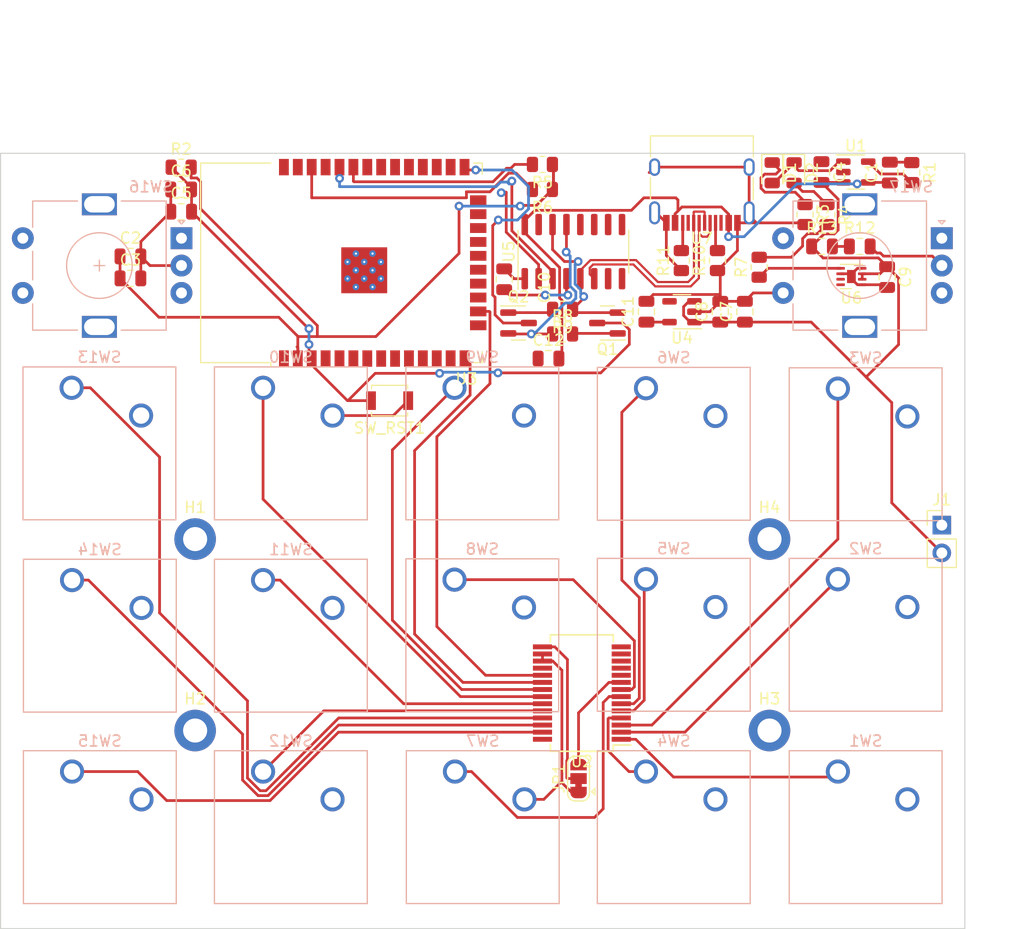
<source format=kicad_pcb>
(kicad_pcb (version 20221018) (generator pcbnew)
  (layers (0 "F.Cu" signal) (31 "B.Cu" signal) (34 "B.Paste" user) (35 "F.Paste" user) (36 "B.SilkS" user "B.Silkscreen") (37 "F.SilkS" user "F.Silkscreen") (38 "B.Mask" user) (39 "F.Mask" user) (44 "Edge.Cuts" user))
  (net 0 "")
  (net 1 "+5V")
  (net 2 "-BATT")
  (net 3 "+3.3V")
  (net 4 "+BATT")
  (net 5 "ESP_EN")
  (net 6 "Net-(U5-V3)")
  (net 7 "+3V3")
  (net 8 "Net-(D1-K)")
  (net 9 "CHRG_STAT")
  (net 10 "Net-(D2-A)")
  (net 11 "Net-(JP1-C)")
  (net 12 "Net-(Q1-B)")
  (net 13 "Net-(Q1-E)")
  (net 14 "Net-(Q2-B)")
  (net 15 "Net-(Q2-E)")
  (net 16 "ESP_IO0")
  (net 17 "Net-(U1-PROG)")
  (net 18 "SDA")
  (net 19 "SCL")
  (net 20 "Net-(U6-ALRT)")
  (net 21 "Net-(U7-CC1)")
  (net 22 "Net-(U7-CC2)")
  (net 23 "Net-(U2-GPB0)")
  (net 24 "Net-(U2-GPB1)")
  (net 25 "Net-(U2-GPB2)")
  (net 26 "Net-(U2-GPB3)")
  (net 27 "Net-(U2-GPB4)")
  (net 28 "Net-(U2-GPB5)")
  (net 29 "Net-(U2-GPB6)")
  (net 30 "Net-(U2-GPB7)")
  (net 31 "Net-(U2-GPA0)")
  (net 32 "Net-(U2-GPA1)")
  (net 33 "Net-(U2-GPA2)")
  (net 34 "Net-(U2-GPA3)")
  (net 35 "Net-(U2-GPA4)")
  (net 36 "Net-(U2-GPA5)")
  (net 37 "Net-(U2-GPA6)")
  (net 41 "INT_B")
  (net 42 "INT_A")
  (net 62 "ESP_RXD")
  (net 63 "ESP_TXD")
  (net 64 "LED_STAT")
  (net 66 "DP")
  (net 67 "DN")
  (net 75 "ENC_A_1")
  (net 76 "ENC_B_1")
  (net 77 "ENC_SW_1")
  (net 78 "ENC_A_2")
  (net 79 "ENC_B_2")
  (net 80 "ENC_SW_2")
  (net 81 "Net-(U3-IO35)")
  (footprint "Resistor_SMD:R_0805_2012Metric" (layer "F.Cu") (at 103 20.8375 -90)
    (fp_text reference "R3")
    (fp_text value "2k")
  )
  (footprint "Package_TO_SOT_SMD:SOT-23-5" (layer "F.Cu") (at 91.75 29.718 180)
    (fp_text reference "U4")
    (fp_text value "XC6220B331MR")
  )
  (footprint "Capacitor_SMD:C_0805_2012Metric" (layer "F.Cu") (at 75.5 26.75 -90)
    (fp_text reference "C10")
    (fp_text value "0.1µF")
  )
  (footprint "Button_Switch_SMD:SW_SPST_B3U-1000P-B" (layer "F.Cu") (at 65.024 37.846 180)
    (fp_text reference "SW_RST1")
    (fp_text value "SW_RESET")
  )
  (footprint "Capacitor_SMD:C_0805_2012Metric" (layer "F.Cu") (at 45.974 18.542)
    (fp_text reference "C6")
    (fp_text value "0.1µF")
  )
  (footprint "Capacitor_SMD:C_0805_2012Metric" (layer "F.Cu") (at 41.336 24.662)
    (fp_text reference "C2")
    (fp_text value "10µF")
  )
  (footprint "Jumper:SolderJumper-3_P1.3mm_Bridged12_RoundedPad1.0x1.5mm" (layer "F.Cu") (at 82.296 72.39 90)
    (fp_text reference "JP1")
    (fp_text value "Jumper_3_Bridged12")
  )
  (footprint "Package_SO:SSOP-28_5.3x10.2mm_P0.65mm" (layer "F.Cu") (at 82.6 64.575 180)
    (fp_text reference "U2")
    (fp_text value "MCP23017_SO")
  )
  (footprint "Capacitor_SMD:C_0805_2012Metric" (layer "F.Cu") (at 79.55 34)
    (fp_text reference "C12")
    (fp_text value "0.1µF")
  )
  (footprint "Capacitor_SMD:C_0805_2012Metric" (layer "F.Cu") (at 45.974 20.574)
    (fp_text reference "C5")
    (fp_text value "1µF")
  )
  (footprint "Resistor_SMD:R_0805_2012Metric" (layer "F.Cu") (at 80.8375 31.75)
    (fp_text reference "R8")
    (fp_text value "10k")
  )
  (footprint "Resistor_SMD:R_0805_2012Metric" (layer "F.Cu") (at 45.974 16.51)
    (fp_text reference "R2")
    (fp_text value "10k")
  )
  (footprint "Capacitor_SMD:C_0805_2012Metric" (layer "F.Cu") (at 104.5 16.95 -90)
    (fp_text reference "C4")
    (fp_text value "10µF")
  )
  (footprint "Streamdeck:XUNPU TYPEC-304J-BCP16" (layer "F.Cu") (at 93.57 16.026 180)
    (fp_text reference "U7")
    (fp_text value "XUNPU_TYPEC-304J-BCP16")
  )
  (footprint "Resistor_SMD:R_0805_2012Metric" (layer "F.Cu") (at 78.994 18.542 180)
    (fp_text reference "R6")
    (fp_text value "2k2")
  )
  (footprint "Resistor_SMD:R_0805_2012Metric" (layer "F.Cu") (at 80.8375 29.5 180)
    (fp_text reference "R9")
    (fp_text value "10k")
  )
  (footprint "MountingHole:MountingHole_2.2mm_M2_DIN965_Pad_TopBottom" (layer "F.Cu") (at 99.75 50.5)
    (fp_text reference "H4")
    (fp_text value "MountingHole_Pad")
  )
  (footprint "Capacitor_SMD:C_0805_2012Metric" (layer "F.Cu") (at 95.25 29.718 90)
    (fp_text reference "C8")
    (fp_text value "1µF")
  )
  (footprint "MountingHole:MountingHole_2.2mm_M2_DIN965_Pad_TopBottom" (layer "F.Cu") (at 47.25 50.5)
    (fp_text reference "H1")
    (fp_text value "MountingHole_Pad")
  )
  (footprint "Resistor_SMD:R_0805_2012Metric" (layer "F.Cu") (at 105 20.8375 -90)
    (fp_text reference "R4")
    (fp_text value "2k")
  )
  (footprint "Package_TO_SOT_SMD:SOT-23" (layer "F.Cu") (at 84.9375 30.75 180)
    (fp_text reference "Q1")
    (fp_text value "BC817")
  )
  (footprint "Capacitor_SMD:C_0805_2012Metric" (layer "F.Cu") (at 110.75 17 90)
    (fp_text reference "C1")
    (fp_text value "10µF")
  )
  (footprint "Package_TO_SOT_SMD:SOT-23-5" (layer "F.Cu") (at 107.6375 16.95)
    (fp_text reference "U1")
    (fp_text value "MCP73831-2-OT")
  )
  (footprint "MountingHole:MountingHole_2.2mm_M2_DIN965_Pad_TopBottom" (layer "F.Cu") (at 99.75 68)
    (fp_text reference "H3")
    (fp_text value "MountingHole_Pad")
  )
  (footprint "MountingHole:MountingHole_2.2mm_M2_DIN965_Pad_TopBottom" (layer "F.Cu") (at 47.25 68)
    (fp_text reference "H2")
    (fp_text value "MountingHole_Pad")
  )
  (footprint "Package_TO_SOT_SMD:SOT-23" (layer "F.Cu") (at 76.8125 30.75)
    (fp_text reference "Q2")
    (fp_text value "BC817")
  )
  (footprint "Capacitor_SMD:C_0805_2012Metric" (layer "F.Cu") (at 41.336 26.67)
    (fp_text reference "C3")
    (fp_text value "0.1µF")
  )
  (footprint "RF_Module:ESP32-WROOM-32" (layer "F.Cu") (at 63.615 25.25 90)
    (fp_text reference "U3")
    (fp_text value "ESP32-WROOM-32")
  )
  (footprint "LED_SMD:LED_0805_2012Metric" (layer "F.Cu") (at 102 17.018 -90)
    (fp_text reference "D2")
    (fp_text value "LED_RED")
  )
  (footprint "Resistor_SMD:R_0805_2012Metric" (layer "F.Cu") (at 112.75 17 -90)
    (fp_text reference "R1")
    (fp_text value "2k")
  )
  (footprint "Capacitor_SMD:C_0805_2012Metric" (layer "F.Cu") (at 104.55 23.75)
    (fp_text reference "R13")
    (fp_text value "R")
  )
  (footprint "Capacitor_SMD:C_0805_2012Metric" (layer "F.Cu") (at 110.5 26.55 -90)
    (fp_text reference "C9")
    (fp_text value "0.1µF")
  )
  (footprint "Capacitor_SMD:C_0805_2012Metric" (layer "F.Cu") (at 88.5 29.718 90)
    (fp_text reference "C11")
    (fp_text value "1µF")
  )
  (footprint "Connector_PinHeader_2.54mm:PinHeader_1x02_P2.54mm_Vertical" (layer "F.Cu") (at 115.5 49.225)
    (fp_text reference "J1")
    (fp_text value "Conn_01x02_Socket")
  )
  (footprint "Package_DFN_QFN:TDFN-8-1EP_2x2mm_P0.5mm_EP0.8x1.2mm" (layer "F.Cu") (at 107.2375 26.5 180)
    (fp_text reference "U6")
    (fp_text value "MAX17048")
  )
  (footprint "Resistor_SMD:R_0805_2012Metric" (layer "F.Cu") (at 91.694 25.0425 90)
    (fp_text reference "R11")
    (fp_text value "5.1k")
  )
  (footprint "Package_SO:SOIC-16_3.9x9.9mm_P1.27mm" (layer "F.Cu") (at 81.825 24.225 90)
    (fp_text reference "U5")
    (fp_text value "CH340C")
  )
  (footprint "Resistor_SMD:R_0805_2012Metric" (layer "F.Cu") (at 94.996 25.0425 90)
    (fp_text reference "R10")
    (fp_text value "5.1k")
  )
  (footprint "Resistor_SMD:R_0805_2012Metric" (layer "F.Cu") (at 98.806 25.654 90)
    (fp_text reference "R7")
    (fp_text value "4.7k")
  )
  (footprint "Capacitor_SMD:C_0805_2012Metric" (layer "F.Cu") (at 97.5 29.718 90)
    (fp_text reference "C7")
    (fp_text value "10µF")
  )
  (footprint "Capacitor_SMD:C_0805_2012Metric" (layer "F.Cu") (at 108 23.75)
    (fp_text reference "R12")
    (fp_text value "R")
  )
  (footprint "LED_SMD:LED_0805_2012Metric" (layer "F.Cu") (at 100 17.018 -90)
    (fp_text reference "D1")
    (fp_text value "LED_GREEN")
  )
  (footprint "Resistor_SMD:R_0805_2012Metric" (layer "F.Cu") (at 78.994 16.256 180)
    (fp_text reference "R5")
    (fp_text value "2k2")
  )
  (footprint "Library:SW_Cherry_MX_1.00u_Plate_Custom" (layer "B.Cu") (at 36 71.75 180)
    (fp_text reference "SW15")
    (fp_text value "SW")
  )
  (footprint "Library:SW_Cherry_MX_1.00u_Plate_Custom" (layer "B.Cu") (at 53.46 36.67 180)
    (fp_text reference "SW10")
    (fp_text value "SW")
  )
  (footprint "Rotary_Encoder:RotaryEncoder_Alps_EC11E-Switch_Vertical_H20mm" (layer "B.Cu") (at 115.5 23 180)
    (fp_text reference "SW17")
    (fp_text value "RotaryEncoder_Switch")
  )
  (footprint "Library:SW_Cherry_MX_1.00u_Plate_Custom" (layer "B.Cu") (at 53.46 71.75 180)
    (fp_text reference "SW12")
    (fp_text value "SW")
  )
  (footprint "Library:SW_Cherry_MX_1.00u_Plate_Custom" (layer "B.Cu") (at 70.96 36.67 180)
    (fp_text reference "SW9")
    (fp_text value "SW")
  )
  (footprint "Library:SW_Cherry_MX_1.00u_Plate_Custom" (layer "B.Cu") (at 106 71.75 180)
    (fp_text reference "SW1")
    (fp_text value "SW")
  )
  (footprint "Library:SW_Cherry_MX_1.00u_Plate_Custom" (layer "B.Cu") (at 88.46 54.17 180)
    (fp_text reference "SW5")
    (fp_text value "SW")
  )
  (footprint "Library:SW_Cherry_MX_1.00u_Plate_Custom" (layer "B.Cu") (at 35.96 36.67 180)
    (fp_text reference "SW13")
    (fp_text value "SW")
  )
  (footprint "Library:SW_Cherry_MX_1.00u_Plate_Custom" (layer "B.Cu") (at 53.46 54.25 180)
    (fp_text reference "SW11")
    (fp_text value "SW")
  )
  (footprint "Library:SW_Cherry_MX_1.00u_Plate_Custom" (layer "B.Cu") (at 106 36.75 180)
    (fp_text reference "SW3")
    (fp_text value "SW")
  )
  (footprint "Library:SW_Cherry_MX_1.00u_Plate_Custom" (layer "B.Cu") (at 88.46 36.71 180)
    (fp_text reference "SW6")
    (fp_text value "SW")
  )
  (footprint "Library:SW_Cherry_MX_1.00u_Plate_Custom" (layer "B.Cu") (at 36 54.25 180)
    (fp_text reference "SW14")
    (fp_text value "SW")
  )
  (footprint "Library:SW_Cherry_MX_1.00u_Plate_Custom" (layer "B.Cu") (at 106 54.17 180)
    (fp_text reference "SW2")
    (fp_text value "SW")
  )
  (footprint "Library:SW_Cherry_MX_1.00u_Plate_Custom" (layer "B.Cu") (at 70.96 54.21 180)
    (fp_text reference "SW8")
    (fp_text value "SW")
  )
  (footprint "Library:SW_Cherry_MX_1.00u_Plate_Custom" (layer "B.Cu") (at 88.46 71.75 180)
    (fp_text reference "SW4")
    (fp_text value "SW")
  )
  (footprint "Rotary_Encoder:RotaryEncoder_Alps_EC11E-Switch_Vertical_H20mm" (layer "B.Cu") (at 46 23 180)
    (fp_text reference "SW16")
    (fp_text value "RotaryEncoder_Switch")
  )
  (footprint "Library:SW_Cherry_MX_1.00u_Plate_Custom" (layer "B.Cu") (at 71 71.75 180)
    (fp_text reference "SW7")
    (fp_text value "SW")
  )
  (gr_rect (start 29.464 15.24) (end 117.602 86.106) (stroke (width 0.1)) (fill none) (layer "Edge.Cuts"))
  (segment (start 91.186 19.304) (end 88.268 19.304) (width 0.25) (layer "F.Cu") (net 1))
  (segment (start 80.772 33.728) (end 80.5 34) (width 0.25) (layer "F.Cu") (net 1))
  (segment (start 108.775 17.9) (end 110.7 17.9) (width 0.25) (layer "F.Cu") (net 1))
  (segment (start 95.358 20.145) (end 91.745 20.145) (width 0.25) (layer "F.Cu") (net 1))
  (segment (start 80.565 28.464327) (end 80.772 28.671327) (width 0.25) (layer "F.Cu") (net 1))
  (segment (start 96.02 21.595) (end 96.02 20.807) (width 0.25) (layer "F.Cu") (net 1))
  (segment (start 91.38 20.51) (end 91.38 19.498) (width 0.25) (layer "F.Cu") (net 1))
  (segment (start 107.896 17.9) (end 108.775 17.9) (width 0.25) (layer "F.Cu") (net 1))
  (segment (start 88.268 19.304) (end 87.122 20.45) (width 0.25) (layer "F.Cu") (net 1))
  (segment (start 77.38 22.493249) (end 80.565 25.678249) (width 0.25) (layer "F.Cu") (net 1))
  (segment (start 78.303249 20.45) (end 77.38 21.373249) (width 0.25) (layer "F.Cu") (net 1))
  (segment (start 91.38 19.498) (end 91.186 19.304) (width 0.25) (layer "F.Cu") (net 1))
  (segment (start 77.38 21.75) (end 77.38 22.493249) (width 0.25) (layer "F.Cu") (net 1))
  (segment (start 96.012 22.86) (end 96.012 21.603) (width 0.25) (layer "F.Cu") (net 1))
  (segment (start 107.762 18.034) (end 107.896 17.9) (width 0.25) (layer "F.Cu") (net 1))
  (segment (start 96.02 20.807) (end 95.358 20.145) (width 0.25) (layer "F.Cu") (net 1))
  (segment (start 87.122 20.45) (end 78.303249 20.45) (width 0.25) (layer "F.Cu") (net 1))
  (segment (start 110.7 17.9) (end 110.75 17.95) (width 0.25) (layer "F.Cu") (net 1))
  (segment (start 80.772 28.671327) (end 80.772 33.728) (width 0.25) (layer "F.Cu") (net 1))
  (segment (start 91.745 20.145) (end 91.378 20.512) (width 0.25) (layer "F.Cu") (net 1))
  (segment (start 77.38 21.373249) (end 77.38 21.75) (width 0.25) (layer "F.Cu") (net 1))
  (segment (start 96.012 21.603) (end 96.02 21.595) (width 0.25) (layer "F.Cu") (net 1))
  (segment (start 80.565 25.678249) (end 80.565 28.464327) (width 0.25) (layer "F.Cu") (net 1))
  (segment (start 91.12 20.77) (end 91.12 21.595) (width 0.25) (layer "F.Cu") (net 1))
  (segment (start 91.378 20.512) (end 91.38 20.51) (width 0.25) (layer "F.Cu") (net 1))
  (segment (start 91.378 20.512) (end 91.12 20.77) (width 0.25) (layer "F.Cu") (net 1))
  (via (at 96.012 22.86) (size 0.8) (drill 0.4) (layers "F.Cu" "B.Cu") (net 1))
  (via (at 107.762 18.034) (size 0.8) (drill 0.4) (layers "F.Cu" "B.Cu") (net 1))
  (segment (start 97.426726 22.86) (end 96.012 22.86) (width 0.25) (layer "B.Cu") (net 1))
  (segment (start 107.762 18.034) (end 102.252726 18.034) (width 0.25) (layer "B.Cu") (net 1))
  (segment (start 102.252726 18.034) (end 97.426726 22.86) (width 0.25) (layer "B.Cu") (net 1))
  (segment (start 89.25 20.68) (end 89.405 20.68) (width 0.25) (layer "F.Cu") (net 2))
  (segment (start 95.25 28.768) (end 94.3 29.718) (width 0.25) (layer "F.Cu") (net 2))
  (segment (start 98.268 28) (end 97.5 28.768) (width 0.25) (layer "F.Cu") (net 2))
  (segment (start 97.89 16.5) (end 97.89 20.68) (width 0.25) (layer "F.Cu") (net 2))
  (segment (start 80.772 62.484) (end 79.938 61.65) (width 0.25) (layer "F.Cu") (net 2))
  (segment (start 108.225 27.25) (end 110.25 27.25) (width 0.25) (layer "F.Cu") (net 2))
  (segment (start 107.789492 27.25) (end 107.2375 26.698008) (width 0.25) (layer "F.Cu") (net 2))
  (segment (start 102.845 21.595) (end 103 21.75) (width 0.25) (layer "F.Cu") (net 2))
  (segment (start 79.125 74.29) (end 80.771 72.644) (width 0.25) (layer "F.Cu") (net 2))
  (segment (start 112.7125 16.05) (end 112.75 16.0875) (width 0.25) (layer "F.Cu") (net 2))
  (segment (start 80.772 70.560877) (end 80.772 62.484) (width 0.25) (layer "F.Cu") (net 2))
  (segment (start 98.552 21.595) (end 102.845 21.595) (width 0.25) (layer "F.Cu") (net 2))
  (segment (start 109.55 24.35) (end 109.886396 24.35) (width 0.25) (layer "F.Cu") (net 2))
  (segment (start 42.286 24.662) (end 42.286 26.67) (width 0.25) (layer "F.Cu") (net 2))
  (segment (start 95.25 28.768) (end 97.5 28.768) (width 0.25) (layer "F.Cu") (net 2))
  (segment (start 95.25 28.768) (end 95.25 28.194) (width 0.25) (layer "F.Cu") (net 2))
  (segment (start 97.89 16.5) (end 89.25 16.5) (width 0.25) (layer "F.Cu") (net 2))
  (segment (start 80.771 70.561877) (end 80.772 70.560877) (width 0.25) (layer "F.Cu") (net 2))
  (segment (start 45.024 20.574) (end 42.286 23.312) (width 0.25) (layer "F.Cu") (net 2))
  (segment (start 79 61.65) (end 79 61) (width 0.25) (layer "F.Cu") (net 2))
  (segment (start 94.3 29.718) (end 92.8875 29.718) (width 0.25) (layer "F.Cu") (net 2))
  (segment (start 95.25 26.209) (end 94.996 25.955) (width 0.25) (layer "F.Cu") (net 2))
  (segment (start 81.696 73.69) (end 80.771 72.765) (width 0.25) (layer "F.Cu") (net 2))
  (segment (start 88.75 17) (end 89.25 16.5) (width 0.25) (layer "F.Cu") (net 2))
  (segment (start 77.35 74.29) (end 79.125 74.29) (width 0.25) (layer "F.Cu") (net 2))
  (segment (start 96.82 21.595) (end 98.552 21.595) (width 0.25) (layer "F.Cu") (net 2))
  (segment (start 42.286 24.662) (end 43.124 25.5) (width 0.25) (layer "F.Cu") (net 2))
  (segment (start 77.38 26.7) (end 76.4 26.7) (width 0.25) (layer "F.Cu") (net 2))
  (segment (start 79.938 61.65) (end 79 61.65) (width 0.25) (layer "F.Cu") (net 2))
  (segment (start 66.724 37.846) (end 65.36 39.21) (width 0.25) (layer "F.Cu") (net 2))
  (segment (start 95.25 28.194) (end 95.25 26.209) (width 0.25) (layer "F.Cu") (net 2))
  (segment (start 88.5 28.768) (end 89.125 28.143) (width 0.25) (layer "F.Cu") (net 2))
  (segment (start 76.4 26.7) (end 75.5 25.8) (width 0.25) (layer "F.Cu") (net 2))
  (segment (start 101 28) (end 98.268 28) (width 0.25) (layer "F.Cu") (net 2))
  (segment (start 42.286 23.312) (end 42.286 24.662) (width 0.25) (layer "F.Cu") (net 2))
  (segment (start 108.225 27.25) (end 107.789492 27.25) (width 0.25) (layer "F.Cu") (net 2))
  (segment (start 110.75 16.05) (end 112.7125 16.05) (width 0.25) (layer "F.Cu") (net 2))
  (segment (start 95.199 28.143) (end 95.25 28.194) (width 0.25) (layer "F.Cu") (net 2))
  (segment (start 96.82 24.131) (end 94.996 25.955) (width 0.25) (layer "F.Cu") (net 2))
  (segment (start 106.25 26.25) (end 106.9875 26.25) (width 0.25) (layer "F.Cu") (net 2))
  (segment (start 107.789492 25.75) (end 107.2375 26.301992) (width 0.25) (layer "F.Cu") (net 2))
  (segment (start 106.9875 26.25) (end 107.2375 26.5) (width 0.25) (layer "F.Cu") (net 2))
  (segment (start 80.771 72.765) (end 80.771 72.644) (width 0.25) (layer "F.Cu") (net 2))
  (segment (start 82.296 73.69) (end 81.696 73.69) (width 0.25) (layer "F.Cu") (net 2))
  (segment (start 97.89 20.933) (end 98.552 21.595) (width 0.25) (layer "F.Cu") (net 2))
  (segment (start 110.174396 24.638) (end 114.638 24.638) (width 0.25) (layer "F.Cu") (net 2))
  (segment (start 107.2375 26.301992) (end 107.2375 26.5) (width 0.25) (layer "F.Cu") (net 2))
  (segment (start 110.25 27.25) (end 110.5 27.5) (width 0.25) (layer "F.Cu") (net 2))
  (segment (start 65.36 39.21) (end 59.81 39.21) (width 0.25) (layer "F.Cu") (net 2))
  (segment (start 109.886396 24.35) (end 110.174396 24.638) (width 0.25) (layer "F.Cu") (net 2))
  (segment (start 96.82 21.595) (end 96.82 24.131) (width 0.25) (layer "F.Cu") (net 2))
  (segment (start 90.32 24.581) (end 91.694 25.955) (width 0.25) (layer "F.Cu") (net 2))
  (segment (start 108.95 23.75) (end 109.55 24.35) (width 0.25) (layer "F.Cu") (net 2))
  (segment (start 107.2375 26.698008) (end 107.2375 26.5) (width 0.25) (layer "F.Cu") (net 2))
  (segment (start 90.32 21.595) (end 90.32 24.581) (width 0.25) (layer "F.Cu") (net 2))
  (segment (start 114.638 24.638) (end 115.5 25.5) (width 0.25) (layer "F.Cu") (net 2))
  (segment (start 43.124 25.5) (end 46 25.5) (width 0.25) (layer "F.Cu") (net 2))
  (segment (start 89.405 20.68) (end 90.32 21.595) (width 0.25) (layer "F.Cu") (net 2))
  (segment (start 97.89 20.68) (end 97.89 20.933) (width 0.25) (layer "F.Cu") (net 2))
  (segment (start 45.024 20.574) (end 45.024 18.542) (width 0.25) (layer "F.Cu") (net 2))
  (segment (start 89.125 28.143) (end 95.199 28.143) (width 0.25) (layer "F.Cu") (net 2))
  (segment (start 80.771 72.644) (end 80.771 70.561877) (width 0.25) (layer "F.Cu") (net 2))
  (segment (start 108.225 25.75) (end 107.789492 25.75) (width 0.25) (layer "F.Cu") (net 2))
  (segment (start 46.8865 17.492) (end 47.412173 17.492) (width 0.25) (layer "F.Cu") (net 3))
  (segment (start 56.635 33) (end 56.56 32.925) (width 0.25) (layer "F.Cu") (net 3))
  (segment (start 56.635 34) (end 56.635 33) (width 0.25) (layer "F.Cu") (net 3))
  (segment (start 58.42 30.988) (end 58.42 31.987799) (width 0.25) (layer "F.Cu") (net 3))
  (segment (start 78.4485 20) (end 77.028 20) (width 0.25) (layer "F.Cu") (net 3))
  (segment (start 79.9065 18.542) (end 78.4485 20) (width 0.25) (layer "F.Cu") (net 3))
  (segment (start 40.386 26.67) (end 43.942 30.226) (width 0.25) (layer "F.Cu") (net 3))
  (segment (start 80 18.25) (end 80 18.278) (width 0.25) (layer "F.Cu") (net 3))
  (segment (start 102.775 23.036827) (end 103.222025 22.589802) (width 0.25) (layer "F.Cu") (net 3))
  (segment (start 80 18.278) (end 80 16.25) (width 0.25) (layer "F.Cu") (net 3))
  (segment (start 40.386 24.662) (end 40.386 26.67) (width 0.25) (layer "F.Cu") (net 3))
  (segment (start 47.749 17.828827) (end 47.749 20.317) (width 0.25) (layer "F.Cu") (net 3))
  (segment (start 56.635 32.004) (end 56.642 32.004) (width 0.25) (layer "F.Cu") (net 3))
  (segment (start 56.658201 31.987799) (end 58.42 31.987799) (width 0.25) (layer "F.Cu") (net 3))
  (segment (start 104.123802 22.589802) (end 104.963604 21.75) (width 0.25) (layer "F.Cu") (net 3))
  (segment (start 86.2 63.6) (end 85.075 63.6) (width 0.25) (layer "F.Cu") (net 3))
  (segment (start 103.222025 22.589802) (end 104.123802 22.589802) (width 0.25) (layer "F.Cu") (net 3))
  (segment (start 58.42 31.987799) (end 63.770201 31.987799) (width 0.25) (layer "F.Cu") (net 3))
  (segment (start 56.635 32.004) (end 56.635 34) (width 0.25) (layer "F.Cu") (net 3))
  (segment (start 77.028 20) (end 76.962 20.066) (width 0.25) (layer "F.Cu") (net 3))
  (segment (start 98.806 24.7415) (end 101.7505 24.7415) (width 0.25) (layer "F.Cu") (net 3))
  (segment (start 56.642 32.004) (end 56.658201 31.987799) (width 0.25) (layer "F.Cu") (net 3))
  (segment (start 47.412173 17.492) (end 47.749 17.828827) (width 0.25) (layer "F.Cu") (net 3))
  (segment (start 102.775 23.717) (end 102.775 23.036827) (width 0.25) (layer "F.Cu") (net 3))
  (segment (start 82.296 66.379) (end 82.296 71.09) (width 0.25) (layer "F.Cu") (net 3))
  (segment (start 43.942 30.226) (end 54.896402 30.226) (width 0.25) (layer "F.Cu") (net 3))
  (segment (start 80 18.278) (end 80.01 18.288) (width 0.25) (layer "F.Cu") (net 3))
  (segment (start 101.7505 24.7415) (end 102.775 23.717) (width 0.25) (layer "F.Cu") (net 3))
  (segment (start 85.075 63.6) (end 82.296 66.379) (width 0.25) (layer "F.Cu") (net 3))
  (segment (start 47.749 20.317) (end 58.42 30.988) (width 0.25) (layer "F.Cu") (net 3))
  (segment (start 54.896402 30.226) (end 56.658201 31.987799) (width 0.25) (layer "F.Cu") (net 3))
  (segment (start 63.770201 31.987799) (end 71.374 24.384) (width 0.25) (layer "F.Cu") (net 3))
  (segment (start 46.8865 16.51) (end 46.8865 17.492) (width 0.25) (layer "F.Cu") (net 3))
  (segment (start 71.374 20.066) (end 71.374 24.384) (width 0.25) (layer "F.Cu") (net 3))
  (segment (start 104.963604 21.75) (end 105 21.75) (width 0.25) (layer "F.Cu") (net 3))
  (segment (start 80 16.25) (end 80 18.25) (width 0.25) (layer "F.Cu") (net 3))
  (via (at 71.374 20.066) (size 0.8) (drill 0.4) (layers "F.Cu" "B.Cu") (net 3))
  (via (at 76.962 20.066) (size 0.8) (drill 0.4) (layers "F.Cu" "B.Cu") (net 3))
  (segment (start 76.962 20.066) (end 71.374 20.066) (width 0.25) (layer "B.Cu") (net 3))
  (segment (start 108.712 35.814) (end 103.566 30.668) (width 0.25) (layer "F.Cu") (net 4))
  (segment (start 104.5 17.9) (end 106.025 19.425) (width 0.25) (layer "F.Cu") (net 4))
  (segment (start 111.55 32.722) (end 108.585 35.687) (width 0.25) (layer "F.Cu") (net 4))
  (segment (start 110.5 25.6) (end 111.55 26.65) (width 0.25) (layer "F.Cu") (net 4))
  (segment (start 108.225 26.75) (end 108.225 26.25) (width 0.25) (layer "F.Cu") (net 4))
  (segment (start 110.925 47.19) (end 115.5 51.765) (width 0.25) (layer "F.Cu") (net 4))
  (segment (start 91.9 30.064751) (end 91.9 29.258) (width 0.25) (layer "F.Cu") (net 4))
  (segment (start 103.566 30.668) (end 97.5 30.668) (width 0.25) (layer "F.Cu") (net 4))
  (segment (start 105.669673 22.606) (end 104.744 22.606) (width 0.25) (layer "F.Cu") (net 4))
  (segment (start 109.85 26.25) (end 110.5 25.6) (width 0.25) (layer "F.Cu") (net 4))
  (segment (start 106.025 19.425) (end 106.025 22.250673) (width 0.25) (layer "F.Cu") (net 4))
  (segment (start 92.39 28.768) (end 92.8875 28.768) (width 0.25) (layer "F.Cu") (net 4))
  (segment (start 92.503249 30.668) (end 91.9 30.064751) (width 0.25) (layer "F.Cu") (net 4))
  (segment (start 92.8875 30.668) (end 97.5 30.668) (width 0.25) (layer "F.Cu") (net 4))
  (segment (start 108.712 35.814) (end 110.925 38.027) (width 0.25) (layer "F.Cu") (net 4))
  (segment (start 104.744 22.606) (end 103.6 23.75) (width 0.25) (layer "F.Cu") (net 4))
  (segment (start 110.5 25.6) (end 109.7 24.8) (width 0.25) (layer "F.Cu") (net 4))
  (segment (start 108.225 26.25) (end 109.85 26.25) (width 0.25) (layer "F.Cu") (net 4))
  (segment (start 104.65 24.8) (end 103.6 23.75) (width 0.25) (layer "F.Cu") (net 4))
  (segment (start 104.5 17.9) (end 106.5 17.9) (width 0.25) (layer "F.Cu") (net 4))
  (segment (start 91.9 29.258) (end 92.39 28.768) (width 0.25) (layer "F.Cu") (net 4))
  (segment (start 111.55 26.65) (end 111.55 32.722) (width 0.25) (layer "F.Cu") (net 4))
  (segment (start 106.025 22.250673) (end 105.669673 22.606) (width 0.25) (layer "F.Cu") (net 4))
  (segment (start 110.925 38.027) (end 110.925 47.19) (width 0.25) (layer "F.Cu") (net 4))
  (segment (start 92.8875 30.668) (end 92.503249 30.668) (width 0.25) (layer "F.Cu") (net 4))
  (segment (start 109.7 24.8) (end 104.65 24.8) (width 0.25) (layer "F.Cu") (net 4))
  (segment (start 108.585 35.687) (end 108.712 35.814) (width 0.25) (layer "F.Cu") (net 4))
  (segment (start 61.171 37.846) (end 57.905 34.58) (width 0.25) (layer "F.Cu") (net 5))
  (segment (start 46.924 20.574) (end 57.613299 31.263299) (width 0.25) (layer "F.Cu") (net 5))
  (segment (start 57.658 33.753) (end 57.905 34) (width 0.25) (layer "F.Cu") (net 5))
  (segment (start 46.924 18.542) (end 46.924 18.3725) (width 0.25) (layer "F.Cu") (net 5))
  (segment (start 63.710498 35.349502) (end 61.214 37.846) (width 0.25) (layer "F.Cu") (net 5))
  (segment (start 57.613299 31.263299) (end 57.658 31.263299) (width 0.25) (layer "F.Cu") (net 5))
  (segment (start 84 30.75) (end 86.334251 30.75) (width 0.25) (layer "F.Cu") (net 5))
  (segment (start 69.596 35.349502) (end 63.710498 35.349502) (width 0.25) (layer "F.Cu") (net 5))
  (segment (start 61.214 37.846) (end 61.171 37.846) (width 0.25) (layer "F.Cu") (net 5))
  (segment (start 57.905 34.58) (end 57.905 34) (width 0.25) (layer "F.Cu") (net 5))
  (segment (start 46.924 18.3725) (end 45.0615 16.51) (width 0.25) (layer "F.Cu") (net 5))
  (segment (start 46.924 18.542) (end 46.924 20.574) (width 0.25) (layer "F.Cu") (net 5))
  (segment (start 86.334251 30.75) (end 86.9375 31.353249) (width 0.25) (layer "F.Cu") (net 5))
  (segment (start 86.9375 31.353249) (end 86.9375 32.6965) (width 0.25) (layer "F.Cu") (net 5))
  (segment (start 86.9375 32.6965) (end 84.328 35.306) (width 0.25) (layer "F.Cu") (net 5))
  (segment (start 46.8865 20.5365) (end 46.924 20.574) (width 0.25) (layer "F.Cu") (net 5))
  (segment (start 57.912 33.993) (end 57.905 34) (width 0.25) (layer "F.Cu") (net 5))
  (segment (start 63.324 37.846) (end 61.214 37.846) (width 0.25) (layer "F.Cu") (net 5))
  (segment (start 57.658 32.712299) (end 57.658 33.753) (width 0.25) (layer "F.Cu") (net 5))
  (segment (start 84.328 35.306) (end 74.93 35.306) (width 0.25) (layer "F.Cu") (net 5))
  (via (at 69.596 35.349502) (size 0.8) (drill 0.4) (layers "F.Cu" "B.Cu") (net 5))
  (via (at 74.93 35.306) (size 0.8) (drill 0.4) (layers "F.Cu" "B.Cu") (net 5))
  (via (at 57.658 31.263299) (size 0.8) (drill 0.4) (layers "F.Cu" "B.Cu") (net 5))
  (via (at 57.658 32.712299) (size 0.8) (drill 0.4) (layers "F.Cu" "B.Cu") (net 5))
  (segment (start 57.658 31.263299) (end 57.658 32.712299) (width 0.25) (layer "B.Cu") (net 5))
  (segment (start 74.93 35.306) (end 74.869 35.245) (width 0.25) (layer "B.Cu") (net 5))
  (segment (start 69.700502 35.245) (end 69.596 35.349502) (width 0.25) (layer "B.Cu") (net 5))
  (segment (start 74.869 35.245) (end 69.700502 35.245) (width 0.25) (layer "B.Cu") (net 5))
  (segment (start 75.994 28.194) (end 75.5 27.7) (width 0.25) (layer "F.Cu") (net 6))
  (segment (start 79.248 28.194) (end 75.994 28.194) (width 0.25) (layer "F.Cu") (net 6))
  (segment (start 81.19 28.067419) (end 81.19 26.7) (width 0.25) (layer "F.Cu") (net 6))
  (segment (start 81.320057 28.197476) (end 81.19 28.067419) (width 0.25) (layer "F.Cu") (net 6))
  (via (at 81.320057 28.197476) (size 0.8) (drill 0.4) (layers "F.Cu" "B.Cu") (net 6))
  (via (at 79.248 28.194) (size 0.8) (drill 0.4) (layers "F.Cu" "B.Cu") (net 6))
  (segment (start 79.248 28.194) (end 81.316581 28.194) (width 0.25) (layer "B.Cu") (net 6))
  (segment (start 81.316581 28.194) (end 81.320057 28.197476) (width 0.25) (layer "B.Cu") (net 6))
  (segment (start 90.6125 30.668) (end 88.5 30.668) (width 0.25) (layer "F.Cu") (net 7))
  (segment (start 100.330604 17.143) (end 99.308166 17.143) (width 0.25) (layer "F.Cu") (net 8))
  (segment (start 103 19.688) (end 103 19.925) (width 0.25) (layer "F.Cu") (net 8))
  (segment (start 98.975 17.476166) (end 98.975 18.434834) (width 0.25) (layer "F.Cu") (net 8))
  (segment (start 98.975 18.434834) (end 99.336166 18.796) (width 0.25) (layer "F.Cu") (net 8))
  (segment (start 102.108 18.796) (end 103 19.688) (width 0.25) (layer "F.Cu") (net 8))
  (segment (start 99.336166 18.796) (end 102.108 18.796) (width 0.25) (layer "F.Cu") (net 8))
  (segment (start 100 16.0805) (end 100.696552 16.777052) (width 0.25) (layer "F.Cu") (net 8))
  (segment (start 99.308166 17.143) (end 98.975 17.476166) (width 0.25) (layer "F.Cu") (net 8))
  (segment (start 100.696552 16.777052) (end 100.330604 17.143) (width 0.25) (layer "F.Cu") (net 8))
  (segment (start 102 16.0805) (end 102.0295 16.0805) (width 0.25) (layer "F.Cu") (net 9))
  (segment (start 102.0295 16.0805) (end 100.1545 17.9555) (width 0.25) (layer "F.Cu") (net 9))
  (segment (start 102 16.402) (end 102.423 16.825) (width 0.25) (layer "F.Cu") (net 9))
  (segment (start 102 16.0805) (end 102 16.402) (width 0.25) (layer "F.Cu") (net 9))
  (segment (start 106.115749 16) (end 106.5 16) (width 0.25) (layer "F.Cu") (net 9))
  (segment (start 105.290749 16.825) (end 106.115749 16) (width 0.25) (layer "F.Cu") (net 9))
  (segment (start 102.423 16.825) (end 105.290749 16.825) (width 0.25) (layer "F.Cu") (net 9))
  (segment (start 100.1545 17.9555) (end 100 17.9555) (width 0.25) (layer "F.Cu") (net 9))
  (segment (start 102.7695 18.725) (end 103.8 18.725) (width 0.25) (layer "F.Cu") (net 10))
  (segment (start 103.8 18.725) (end 105 19.925) (width 0.25) (layer "F.Cu") (net 10))
  (segment (start 102 17.9555) (end 102.7695 18.725) (width 0.25) (layer "F.Cu") (net 10))
  (segment (start 81.28 70.689273) (end 81.28 61.505) (width 0.25) (layer "F.Cu") (net 11))
  (segment (start 81.221 72.315) (end 81.221 70.748273) (width 0.25) (layer "F.Cu") (net 11))
  (segment (start 81.296 72.39) (end 81.221 72.315) (width 0.25) (layer "F.Cu") (net 11))
  (segment (start 81.28 61.505) (end 80.125 60.35) (width 0.25) (layer "F.Cu") (net 11))
  (segment (start 80.125 60.35) (end 79 60.35) (width 0.25) (layer "F.Cu") (net 11))
  (segment (start 82.296 72.39) (end 81.296 72.39) (width 0.25) (layer "F.Cu") (net 11))
  (segment (start 81.221 70.748273) (end 81.28 70.689273) (width 0.25) (layer "F.Cu") (net 11))
  (segment (start 81.8 31.7) (end 81.75 31.75) (width 0.25) (layer "F.Cu") (net 12))
  (segment (start 85.875 31.7) (end 81.8 31.7) (width 0.25) (layer "F.Cu") (net 12))
  (segment (start 82.2585 25.127271) (end 81.007271 25.127271) (width 0.25) (layer "F.Cu") (net 13))
  (segment (start 82.769557 28.480443) (end 81.75 29.5) (width 0.25) (layer "F.Cu") (net 13))
  (segment (start 82.769557 28.330857) (end 82.769557 28.480443) (width 0.25) (layer "F.Cu") (net 13))
  (segment (start 82.05 29.8) (end 85.875 29.8) (width 0.25) (layer "F.Cu") (net 13))
  (segment (start 81.75 29.5) (end 82.05 29.8) (width 0.25) (layer "F.Cu") (net 13))
  (segment (start 81.007271 25.127271) (end 79.92 24.04) (width 0.25) (layer "F.Cu") (net 13))
  (segment (start 79.92 24.04) (end 79.92 21.75) (width 0.25) (layer "F.Cu") (net 13))
  (via (at 82.2585 25.127271) (size 0.8) (drill 0.4) (layers "F.Cu" "B.Cu") (net 13))
  (via (at 82.769557 28.330857) (size 0.8) (drill 0.4) (layers "F.Cu" "B.Cu") (net 13))
  (segment (start 82.495057 28.056357) (end 82.769557 28.330857) (width 0.25) (layer "B.Cu") (net 13))
  (segment (start 81.984 27.199718) (end 82.495057 27.710775) (width 0.25) (layer "B.Cu") (net 13))
  (segment (start 81.984 25.401771) (end 81.984 27.199718) (width 0.25) (layer "B.Cu") (net 13))
  (segment (start 82.495057 27.710775) (end 82.495057 28.056357) (width 0.25) (layer "B.Cu") (net 13))
  (segment (start 82.2585 25.127271) (end 81.984 25.401771) (width 0.25) (layer "B.Cu") (net 13))
  (segment (start 75.875 29.8) (end 79.625 29.8) (width 0.25) (layer "F.Cu") (net 14))
  (segment (start 79.625 29.8) (end 79.925 29.5) (width 0.25) (layer "F.Cu") (net 14))
  (segment (start 81.166685 24.262087) (end 81.19 24.238772) (width 0.25) (layer "F.Cu") (net 15))
  (segment (start 75.925 31.75) (end 75.875 31.7) (width 0.25) (layer "F.Cu") (net 15))
  (segment (start 81.19 24.238772) (end 81.19 21.75) (width 0.25) (layer "F.Cu") (net 15))
  (segment (start 77.978 31.75) (end 75.925 31.75) (width 0.25) (layer "F.Cu") (net 15))
  (segment (start 79.925 31.75) (end 77.978 31.75) (width 0.25) (layer "F.Cu") (net 15))
  (via (at 81.166685 24.262087) (size 0.8) (drill 0.4) (layers "F.Cu" "B.Cu") (net 15))
  (via (at 77.978 31.75) (size 0.8) (drill 0.4) (layers "F.Cu" "B.Cu") (net 15))
  (segment (start 78.232 31.75) (end 77.978 31.75) (width 0.25) (layer "B.Cu") (net 15))
  (segment (start 82.045057 27.897171) (end 82.045057 28.497781) (width 0.25) (layer "B.Cu") (net 15))
  (segment (start 81.534 24.629402) (end 81.534 27.386114) (width 0.25) (layer "B.Cu") (net 15))
  (segment (start 82.045057 28.497781) (end 81.620362 28.922476) (width 0.25) (layer "B.Cu") (net 15))
  (segment (start 81.534 27.386114) (end 82.045057 27.897171) (width 0.25) (layer "B.Cu") (net 15))
  (segment (start 81.166685 24.262087) (end 81.534 24.629402) (width 0.25) (layer "B.Cu") (net 15))
  (segment (start 81.059524 28.922476) (end 78.232 31.75) (width 0.25) (layer "B.Cu") (net 15))
  (segment (start 81.620362 28.922476) (end 81.059524 28.922476) (width 0.25) (layer "B.Cu") (net 15))
  (segment (start 74.666914 30.001165) (end 74.666914 28.405087) (width 0.25) (layer "F.Cu") (net 16))
  (segment (start 75.415749 30.75) (end 74.666914 30.001165) (width 0.25) (layer "F.Cu") (net 16))
  (segment (start 77.75 30.75) (end 75.415749 30.75) (width 0.25) (layer "F.Cu") (net 16))
  (segment (start 74.45 21.848847) (end 74.962847 21.336) (width 0.25) (layer "F.Cu") (net 16))
  (segment (start 74.666914 28.405087) (end 74.45 28.188173) (width 0.25) (layer "F.Cu") (net 16))
  (segment (start 72.898 16.764) (end 72.139 16.764) (width 0.25) (layer "F.Cu") (net 16))
  (segment (start 72.139 16.764) (end 71.875 16.5) (width 0.25) (layer "F.Cu") (net 16))
  (segment (start 74.45 28.188173) (end 74.45 21.848847) (width 0.25) (layer "F.Cu") (net 16))
  (via (at 74.962847 21.336) (size 0.8) (drill 0.4) (layers "F.Cu" "B.Cu") (net 16))
  (via (at 72.898 16.764) (size 0.8) (drill 0.4) (layers "F.Cu" "B.Cu") (net 16))
  (segment (start 77.724 20.329305) (end 77.724 18.278695) (width 0.25) (layer "B.Cu") (net 16))
  (segment (start 76.717305 21.336) (end 77.724 20.329305) (width 0.25) (layer "B.Cu") (net 16))
  (segment (start 74.962847 21.336) (end 76.717305 21.336) (width 0.25) (layer "B.Cu") (net 16))
  (segment (start 76.209305 16.764) (end 72.898 16.764) (width 0.25) (layer "B.Cu") (net 16))
  (segment (start 77.724 18.278695) (end 76.209305 16.764) (width 0.25) (layer "B.Cu") (net 16))
  (segment (start 108.775 16) (end 109.9 17.125) (width 0.25) (layer "F.Cu") (net 17))
  (segment (start 111.9625 17.125) (end 112.75 17.9125) (width 0.25) (layer "F.Cu") (net 17))
  (segment (start 109.9 17.125) (end 111.9625 17.125) (width 0.25) (layer "F.Cu") (net 17))
  (segment (start 61.766 17.838) (end 61.715 17.787) (width 0.25) (layer "F.Cu") (net 18))
  (segment (start 61.722 16.507) (end 61.715 16.5) (width 0.25) (layer "F.Cu") (net 18))
  (segment (start 76.454 16.256) (end 76.105 16.605) (width 0.25) (layer "F.Cu") (net 18))
  (segment (start 78.0815 16.256) (end 76.454 16.256) (width 0.25) (layer "F.Cu") (net 18))
  (segment (start 61.715 17.787) (end 61.715 16.5) (width 0.25) (layer "F.Cu") (net 18))
  (segment (start 76.105 16.605) (end 75.713299 16.605) (width 0.25) (layer "F.Cu") (net 18))
  (segment (start 75.713299 16.605) (end 74.480299 17.838) (width 0.25) (layer "F.Cu") (net 18))
  (segment (start 74.480299 17.838) (end 61.766 17.838) (width 0.25) (layer "F.Cu") (net 18))
  (segment (start 76.5945 17.055) (end 75.899695 17.055) (width 0.25) (layer "F.Cu") (net 19))
  (segment (start 72.05 19.304) (end 57.912 19.304) (width 0.25) (layer "F.Cu") (net 19))
  (segment (start 57.912 19.304) (end 57.905 19.297) (width 0.25) (layer "F.Cu") (net 19))
  (segment (start 75.899695 17.055) (end 74.199695 18.755) (width 0.25) (layer "F.Cu") (net 19))
  (segment (start 57.905 19.297) (end 57.905 16.5) (width 0.25) (layer "F.Cu") (net 19))
  (segment (start 72.05 18.755) (end 72.05 19.304) (width 0.25) (layer "F.Cu") (net 19))
  (segment (start 74.199695 18.755) (end 72.05 18.755) (width 0.25) (layer "F.Cu") (net 19))
  (segment (start 78.0815 18.542) (end 76.5945 17.055) (width 0.25) (layer "F.Cu") (net 19))
  (segment (start 98.806 26.5665) (end 99.6225 25.75) (width 0.25) (layer "F.Cu") (net 20))
  (segment (start 99.6225 25.75) (end 106.25 25.75) (width 0.25) (layer "F.Cu") (net 20))
  (segment (start 94.996 24.13) (end 94.82 23.954) (width 0.25) (layer "F.Cu") (net 21))
  (segment (start 94.82 23.954) (end 94.82 21.595) (width 0.25) (layer "F.Cu") (net 21))
  (segment (start 91.694 24.13) (end 91.82 24.004) (width 0.25) (layer "F.Cu") (net 22))
  (segment (start 91.82 24.004) (end 91.82 21.595) (width 0.25) (layer "F.Cu") (net 22))
  (segment (start 106 71.75) (end 105.5 72.25) (width 0.25) (layer "F.Cu") (net 23))
  (segment (start 90.975255 72.25) (end 87.525255 68.8) (width 0.25) (layer "F.Cu") (net 23))
  (segment (start 87.525255 68.8) (end 86.2 68.8) (width 0.25) (layer "F.Cu") (net 23))
  (segment (start 105.5 72.25) (end 90.975255 72.25) (width 0.25) (layer "F.Cu") (net 23))
  (segment (start 106 54.17) (end 92.02 68.15) (width 0.25) (layer "F.Cu") (net 24))
  (segment (start 92.02 68.15) (end 86.2 68.15) (width 0.25) (layer "F.Cu") (net 24))
  (segment (start 106 36.67) (end 106 50.5) (width 0.25) (layer "F.Cu") (net 25))
  (segment (start 106 50.5) (end 89 67.5) (width 0.25) (layer "F.Cu") (net 25))
  (segment (start 89 67.5) (end 86.2 67.5) (width 0.25) (layer "F.Cu") (net 25))
  (segment (start 85 66.925) (end 85.075 66.85) (width 0.25) (layer "F.Cu") (net 26))
  (segment (start 86.904366 71.75) (end 85 69.845634) (width 0.25) (layer "F.Cu") (net 26))
  (segment (start 88.46 71.75) (end 86.904366 71.75) (width 0.25) (layer "F.Cu") (net 26))
  (segment (start 85 69.845634) (end 85 66.925) (width 0.25) (layer "F.Cu") (net 26))
  (segment (start 85.075 66.85) (end 86.2 66.85) (width 0.25) (layer "F.Cu") (net 26))
  (segment (start 88.3 54.33) (end 88.3 65.225) (width 0.25) (layer "F.Cu") (net 27))
  (segment (start 88.46 54.17) (end 88.3 54.33) (width 0.25) (layer "F.Cu") (net 27))
  (segment (start 88.3 65.225) (end 87.325 66.2) (width 0.25) (layer "F.Cu") (net 27))
  (segment (start 87.325 66.2) (end 86.2 66.2) (width 0.25) (layer "F.Cu") (net 27))
  (segment (start 86.25 54.246) (end 87.85 55.846) (width 0.25) (layer "F.Cu") (net 28))
  (segment (start 87.338604 65.55) (end 86.2 65.55) (width 0.25) (layer "F.Cu") (net 28))
  (segment (start 88.46 36.71) (end 86.25 38.92) (width 0.25) (layer "F.Cu") (net 28))
  (segment (start 87.85 55.846) (end 87.85 65.038604) (width 0.25) (layer "F.Cu") (net 28))
  (segment (start 86.25 38.92) (end 86.25 54.246) (width 0.25) (layer "F.Cu") (net 28))
  (segment (start 87.85 65.038604) (end 87.338604 65.55) (width 0.25) (layer "F.Cu") (net 28))
  (segment (start 84.55 75.152) (end 83.756 75.946) (width 0.25) (layer "F.Cu") (net 29))
  (segment (start 72.512 71.75) (end 71 71.75) (width 0.25) (layer "F.Cu") (net 29))
  (segment (start 83.756 75.946) (end 76.708 75.946) (width 0.25) (layer "F.Cu") (net 29))
  (segment (start 76.708 75.946) (end 72.512 71.75) (width 0.25) (layer "F.Cu") (net 29))
  (segment (start 85.09 64.9) (end 84.55 65.44) (width 0.25) (layer "F.Cu") (net 29))
  (segment (start 86.2 64.9) (end 85.09 64.9) (width 0.25) (layer "F.Cu") (net 29))
  (segment (start 86.2 64.9) (end 85.075 64.9) (width 0.25) (layer "F.Cu") (net 29))
  (segment (start 84.55 65.44) (end 84.55 75.152) (width 0.25) (layer "F.Cu") (net 29))
  (segment (start 81.81 54.21) (end 70.96 54.21) (width 0.25) (layer "F.Cu") (net 30))
  (segment (start 87.158 64.25) (end 87.4 64.008) (width 0.25) (layer "F.Cu") (net 30))
  (segment (start 86.2 64.25) (end 87.158 64.25) (width 0.25) (layer "F.Cu") (net 30))
  (segment (start 87.4 59.8) (end 81.81 54.21) (width 0.25) (layer "F.Cu") (net 30))
  (segment (start 87.4 64.008) (end 87.4 59.8) (width 0.25) (layer "F.Cu") (net 30))
  (segment (start 79 64.25) (end 71.616 64.25) (width 0.25) (layer "F.Cu") (net 31))
  (segment (start 71.616 64.25) (end 65.278 57.912) (width 0.25) (layer "F.Cu") (net 31))
  (segment (start 65.278 42.352) (end 70.96 36.67) (width 0.25) (layer "F.Cu") (net 31))
  (segment (start 65.278 57.912) (end 65.278 42.352) (width 0.25) (layer "F.Cu") (net 31))
  (segment (start 71.504 64.9) (end 53.46 46.856) (width 0.25) (layer "F.Cu") (net 32))
  (segment (start 53.46 46.856) (end 53.46 36.67) (width 0.25) (layer "F.Cu") (net 32))
  (segment (start 79 64.9) (end 71.504 64.9) (width 0.25) (layer "F.Cu") (net 32))
  (segment (start 79 65.55) (end 66.312 65.55) (width 0.25) (layer "F.Cu") (net 33))
  (segment (start 55.012 54.25) (end 53.46 54.25) (width 0.25) (layer "F.Cu") (net 33))
  (segment (start 66.312 65.55) (end 55.012 54.25) (width 0.25) (layer "F.Cu") (net 33))
  (segment (start 59.01 66.2) (end 53.46 71.75) (width 0.25) (layer "F.Cu") (net 34))
  (segment (start 79 66.2) (end 59.01 66.2) (width 0.25) (layer "F.Cu") (net 34))
  (segment (start 44 43) (end 37.67 36.67) (width 0.25) (layer "F.Cu") (net 35))
  (segment (start 79 66.85) (end 60.375255 66.85) (width 0.25) (layer "F.Cu") (net 35))
  (segment (start 53.194745 73.5) (end 52.035 72.340255) (width 0.25) (layer "F.Cu") (net 35))
  (segment (start 44 57.25) (end 44 43) (width 0.25) (layer "F.Cu") (net 35))
  (segment (start 60.375255 66.85) (end 53.725255 73.5) (width 0.25) (layer "F.Cu") (net 35))
  (segment (start 52.035 65.285) (end 44 57.25) (width 0.25) (layer "F.Cu") (net 35))
  (segment (start 53.725255 73.5) (end 53.194745 73.5) (width 0.25) (layer "F.Cu") (net 35))
  (segment (start 52.035 72.340255) (end 52.035 65.285) (width 0.25) (layer "F.Cu") (net 35))
  (segment (start 37.67 36.67) (end 35.96 36.67) (width 0.25) (layer "F.Cu") (net 35))
  (segment (start 51.585 68.335) (end 37.5 54.25) (width 0.25) (layer "F.Cu") (net 36))
  (segment (start 79 67.5) (end 60.361651 67.5) (width 0.25) (layer "F.Cu") (net 36))
  (segment (start 60.361651 67.5) (end 53.911651 73.95) (width 0.25) (layer "F.Cu") (net 36))
  (segment (start 51.585 72.526651) (end 51.585 68.335) (width 0.25) (layer "F.Cu") (net 36))
  (segment (start 37.5 54.25) (end 36 54.25) (width 0.25) (layer "F.Cu") (net 36))
  (segment (start 53.911651 73.95) (end 53.008349 73.95) (width 0.25) (layer "F.Cu") (net 36))
  (segment (start 53.008349 73.95) (end 51.585 72.526651) (width 0.25) (layer "F.Cu") (net 36))
  (segment (start 44.65 74.4) (end 42 71.75) (width 0.25) (layer "F.Cu") (net 37))
  (segment (start 42 71.75) (end 36 71.75) (width 0.25) (layer "F.Cu") (net 37))
  (segment (start 79 68.15) (end 60.348047 68.15) (width 0.25) (layer "F.Cu") (net 37))
  (segment (start 54.098047 74.4) (end 44.65 74.4) (width 0.25) (layer "F.Cu") (net 37))
  (segment (start 60.348047 68.15) (end 54.098047 74.4) (width 0.25) (layer "F.Cu") (net 37))
  (segment (start 79 62.95) (end 73.801243 62.95) (width 0.25) (layer "F.Cu") (net 41))
  (segment (start 74.2 36.29) (end 74.2 29.75) (width 0.25) (layer "F.Cu") (net 41))
  (segment (start 74.14 29.69) (end 73.125 29.69) (width 0.25) (layer "F.Cu") (net 41))
  (segment (start 73.801243 62.95) (end 69.342 58.490757) (width 0.25) (layer "F.Cu") (net 41))
  (segment (start 69.342 58.490757) (end 69.342 41.148) (width 0.25) (layer "F.Cu") (net 41))
  (segment (start 69.342 41.148) (end 74.2 36.29) (width 0.25) (layer "F.Cu") (net 41))
  (segment (start 74.2 29.75) (end 74.14 29.69) (width 0.25) (layer "F.Cu") (net 41))
  (segment (start 72.385 37.343) (end 72.385 34.51) (width 0.25) (layer "F.Cu") (net 42))
  (segment (start 72.385 34.51) (end 71.875 34) (width 0.25) (layer "F.Cu") (net 42))
  (segment (start 71.728 63.6) (end 67.31 59.182) (width 0.25) (layer "F.Cu") (net 42))
  (segment (start 67.31 42.418) (end 72.385 37.343) (width 0.25) (layer "F.Cu") (net 42))
  (segment (start 79 63.6) (end 71.728 63.6) (width 0.25) (layer "F.Cu") (net 42))
  (segment (start 67.31 59.182) (end 67.31 42.418) (width 0.25) (layer "F.Cu") (net 42))
  (segment (start 60.452 17.526) (end 60.452 16.507) (width 0.25) (layer "F.Cu") (net 62))
  (segment (start 79.92 26.7) (end 79.92 26.04) (width 0.25) (layer "F.Cu") (net 62))
  (segment (start 60.452 16.507) (end 60.445 16.5) (width 0.25) (layer "F.Cu") (net 62))
  (segment (start 76.2 22.32) (end 76.2 18.161) (width 0.25) (layer "F.Cu") (net 62))
  (segment (start 76.2 18.161) (end 76.2 17.78) (width 0.25) (layer "F.Cu") (net 62))
  (segment (start 79.92 26.04) (end 76.2 22.32) (width 0.25) (layer "F.Cu") (net 62))
  (via (at 60.452 17.526) (size 0.8) (drill 0.4) (layers "F.Cu" "B.Cu") (net 62))
  (via (at 76.2 17.78) (size 0.8) (drill 0.4) (layers "F.Cu" "B.Cu") (net 62))
  (segment (start 74.757895 18.288) (end 60.452 18.288) (width 0.25) (layer "B.Cu") (net 62))
  (segment (start 76.2 17.78) (end 75.942552 18.037448) (width 0.25) (layer "B.Cu") (net 62))
  (segment (start 75.942552 18.037448) (end 75.775805 17.8707) (width 0.25) (layer "B.Cu") (net 62))
  (segment (start 60.452 18.288) (end 60.452 17.526) (width 0.25) (layer "B.Cu") (net 62))
  (segment (start 75.175195 17.8707) (end 74.757895 18.288) (width 0.25) (layer "B.Cu") (net 62))
  (segment (start 75.775805 17.8707) (end 75.175195 17.8707) (width 0.25) (layer "B.Cu") (net 62))
  (segment (start 75.274493 18.796) (end 75.229247 18.841246) (width 0.25) (layer "F.Cu") (net 63))
  (segment (start 59.182 16.507) (end 59.175 16.5) (width 0.25) (layer "F.Cu") (net 63))
  (segment (start 75.3843 18.796) (end 75.687347 18.796) (width 0.25) (layer "F.Cu") (net 63))
  (segment (start 75.687347 18.796) (end 75.687347 22.443743) (width 0.25) (layer "F.Cu") (net 63))
  (segment (start 75.687347 22.443743) (end 78.65 25.406396) (width 0.25) (layer "F.Cu") (net 63))
  (segment (start 78.65 25.406396) (end 78.65 26.7) (width 0.25) (layer "F.Cu") (net 63))
  (segment (start 75.3843 18.796) (end 75.274493 18.796) (width 0.25) (layer "F.Cu") (net 63))
  (via (at 75.229247 18.841246) (size 0.8) (drill 0.4) (layers "F.Cu" "B.Cu") (net 63))
  (segment (start 83.3938 25) (end 82.46 25.9338) (width 0.2) (layer "F.Cu") (net 66))
  (segment (start 93.82 21.595) (end 93.82 20.62) (width 0.2) (layer "F.Cu") (net 66))
  (segment (start 89.5512 27.003) (end 87.5482 25) (width 0.2) (layer "F.Cu") (net 66))
  (segment (start 92.87 20.57) (end 92.82 20.62) (width 0.2) (layer "F.Cu") (net 66))
  (segment (start 92.82 20.62) (end 92.82 21.595) (width 0.2) (layer "F.Cu") (net 66))
  (segment (start 92.845 22.707501) (end 92.845 26.4708) (width 0.2) (layer "F.Cu") (net 66))
  (segment (start 92.845 26.4708) (end 92.3128 27.003) (width 0.2) (layer "F.Cu") (net 66))
  (segment (start 87.5482 25) (end 83.3938 25) (width 0.2) (layer "F.Cu") (net 66))
  (segment (start 93.77 20.57) (end 92.87 20.57) (width 0.2) (layer "F.Cu") (net 66))
  (segment (start 93.82 20.62) (end 93.77 20.57) (width 0.2) (layer "F.Cu") (net 66))
  (segment (start 92.3128 27.003) (end 89.5512 27.003) (width 0.2) (layer "F.Cu") (net 66))
  (segment (start 82.46 25.9338) (end 82.46 26.7) (width 0.2) (layer "F.Cu") (net 66))
  (segment (start 92.82 22.682501) (end 92.845 22.707501) (width 0.2) (layer "F.Cu") (net 66))
  (segment (start 92.82 21.595) (end 92.82 22.682501) (width 0.2) (layer "F.Cu") (net 66))
  (segment (start 92.5492 27.403) (end 89.3148 27.403) (width 0.2) (layer "F.Cu") (net 67))
  (segment (start 83.320001 25.710199) (end 83.320001 26.290001) (width 0.2) (layer "F.Cu") (net 67))
  (segment (start 93.32 21.595) (end 93.32 22.682501) (width 0.2) (layer "F.Cu") (net 67))
  (segment (start 89.3148 27.403) (end 87.3118 25.4) (width 0.2) (layer "F.Cu") (net 67))
  (segment (start 93.295 26.6572) (end 92.5492 27.403) (width 0.2) (layer "F.Cu") (net 67))
  (segment (start 93.32 21.595) (end 93.32 22.57) (width 0.2) (layer "F.Cu") (net 67))
  (segment (start 94.32 22.57) (end 94.32 21.595) (width 0.2) (layer "F.Cu") (net 67))
  (segment (start 93.32 22.57) (end 93.61 22.86) (width 0.2) (layer "F.Cu") (net 67))
  (segment (start 93.32 22.682501) (end 93.295 22.707501) (width 0.2) (layer "F.Cu") (net 67))
  (segment (start 83.6302 25.4) (end 83.320001 25.710199) (width 0.2) (layer "F.Cu") (net 67))
  (segment (start 87.3118 25.4) (end 83.6302 25.4) (width 0.2) (layer "F.Cu") (net 67))
  (segment (start 93.295 22.707501) (end 93.295 26.6572) (width 0.2) (layer "F.Cu") (net 67))
  (segment (start 83.320001 26.290001) (end 83.73 26.7) (width 0.2) (layer "F.Cu") (net 67))
  (segment (start 93.61 22.86) (end 94.03 22.86) (width 0.2) (layer "F.Cu") (net 67))
  (segment (start 94.03 22.86) (end 94.32 22.57) (width 0.2) (layer "F.Cu") (net 67))
  (segment (start 105.5 23.75) (end 107.05 23.75) (width 0.25) (layer "F.Cu") (net 81))
)
</source>
